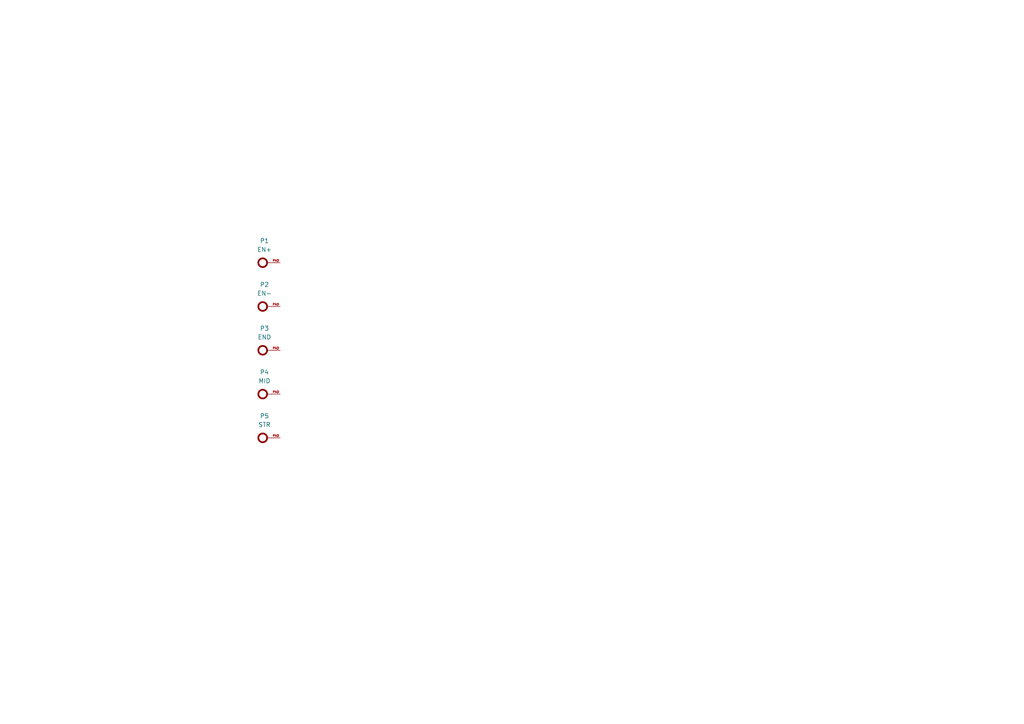
<source format=kicad_sch>
(kicad_sch (version 20230121) (generator eeschema)
  (paper "A4")
  (lib_symbols
    (symbol "301_Link_Pad:Pad_Circle" (pin_names hide)
      (property "Reference" "P" (at -2.54 -2.54 0))
      (property "Value" "Pad_Circle" (at 0 3.81 0))
      (symbol "Pad_Circle_0_1"
        (polyline (pts (xy -2.54 0) (xy -1.27 0)))
        (circle (center 0 0) (radius 1.27) (stroke (width 0.5)))
      )
      (symbol "Pad_Circle_1_1"
        (pin passive line (at -5.08 0 0) (length 2.54) (name "PAD") (number "PAD"))
      )
    )
  )
  (symbol (lib_id "301_Link_Pad:Pad_Circle") (at 76.2 114.3 180) (unit 1)
    (property "Reference" "P4" (at 76.71 107.95 0))
    (property "Value" "MID" (at 76.71 110.49 0))
    (property "Footprint" "302_MECH_PAD:SMP-C_15" (effects hide))
    (property "Symbol type" "Alternate Source" (effects hide))
  )
  (symbol (lib_id "301_Link_Pad:Pad_Circle") (at 76.2 88.9 180) (unit 1)
    (property "Reference" "P2" (at 76.71 82.55 0))
    (property "Value" "EN-" (at 76.71 85.09 0))
    (property "Footprint" "302_MECH_PAD:SMP-C_15" (effects hide))
    (property "Symbol type" "Alternate Source" (effects hide))
  )
  (symbol (lib_id "301_Link_Pad:Pad_Circle") (at 76.2 101.6 180) (unit 1)
    (property "Reference" "P3" (at 76.71 95.25 0))
    (property "Value" "END" (at 76.71 97.79 0))
    (property "Footprint" "302_MECH_PAD:SMP-C_15" (effects hide))
    (property "Symbol type" "Alternate Source" (effects hide))
  )
  (symbol (lib_id "301_Link_Pad:Pad_Circle") (at 76.2 76.2 180) (unit 1)
    (property "Reference" "P1" (at 76.71 69.85 0))
    (property "Value" "EN+" (at 76.71 72.39 0))
    (property "Footprint" "302_MECH_PAD:SMP-C_15" (effects hide))
    (property "Symbol type" "Alternate Source" (effects hide))
  )
  (symbol (lib_id "301_Link_Pad:Pad_Circle") (at 76.2 127 180) (unit 1)
    (property "Reference" "P5" (at 76.71 120.65 0))
    (property "Value" "STR" (at 76.71 123.19 0))
    (property "Footprint" "302_MECH_PAD:SMP-C_15" (effects hide))
    (property "Symbol type" "Alternate Source" (effects hide))
  )
)
</source>
